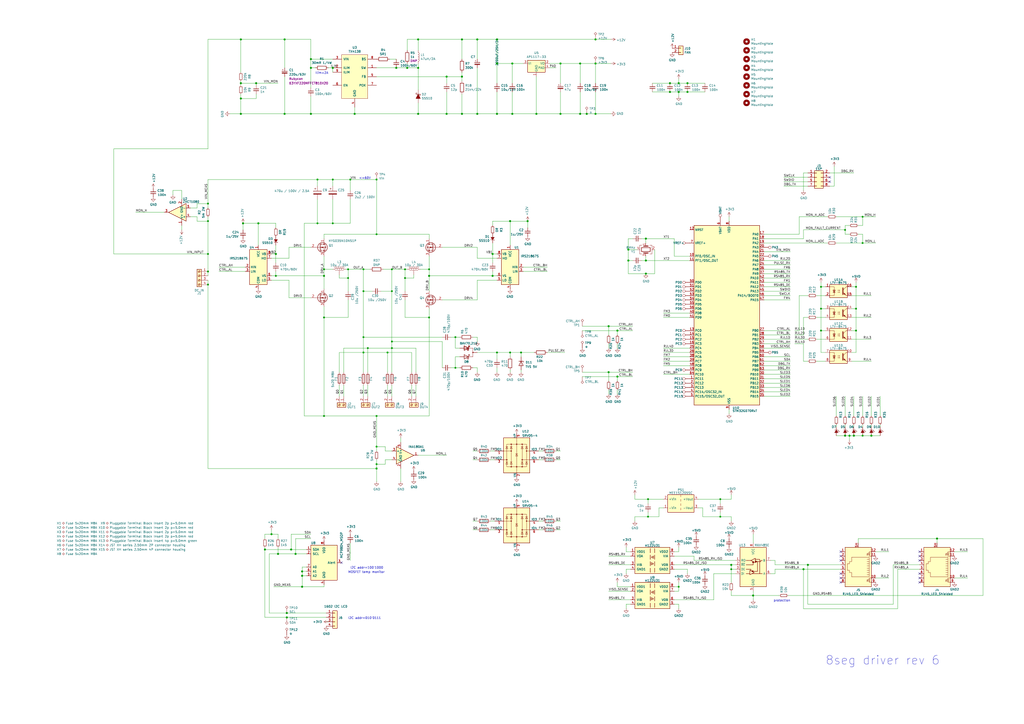
<source format=kicad_sch>
(kicad_sch (version 20230409) (generator eeschema)

  (uuid a4b014d8-050b-4a7a-9077-d2799def17e5)

  (paper "A2")

  

  (junction (at 345.44 66.04) (diameter 1.016) (color 0 0 0 0)
    (uuid 00f422f1-f7f8-45df-931d-5010ff4fc931)
  )
  (junction (at 248.92 160.02) (diameter 1.016) (color 0 0 0 0)
    (uuid 0320d5ba-1f2a-4dbb-90ec-b8337f7c0078)
  )
  (junction (at 311.15 66.04) (diameter 1.016) (color 0 0 0 0)
    (uuid 035e3df6-a887-424c-8db8-3025c19db82a)
  )
  (junction (at 417.83 289.56) (diameter 0) (color 0 0 0 0)
    (uuid 08ee1e7a-8d3a-4298-bf77-657ae0db370b)
  )
  (junction (at 165.1 22.86) (diameter 1.016) (color 0 0 0 0)
    (uuid 0903abc9-8580-46a5-a0e4-5ce6a661e2ab)
  )
  (junction (at 417.83 299.72) (diameter 0) (color 0 0 0 0)
    (uuid 09412149-c3d7-42cc-b02a-e8a0a7d26ad1)
  )
  (junction (at 340.36 66.04) (diameter 1.016) (color 0 0 0 0)
    (uuid 0a067b79-8dc4-41ec-aa3e-4cf0bb5d840d)
  )
  (junction (at 496.57 191.77) (diameter 0) (color 0 0 0 0)
    (uuid 0a0d5359-1d79-44ae-bbc1-b3db6ece17a2)
  )
  (junction (at 175.26 334.01) (diameter 1.016) (color 0 0 0 0)
    (uuid 0ca53f50-b13d-43cb-88af-bf26352ab851)
  )
  (junction (at 259.08 44.45) (diameter 1.016) (color 0 0 0 0)
    (uuid 0e013a49-ea28-4317-91d8-c846afcf1446)
  )
  (junction (at 375.92 299.72) (diameter 0) (color 0 0 0 0)
    (uuid 0e8c626b-bb94-41ba-bd62-878b934553b1)
  )
  (junction (at 345.44 36.83) (diameter 1.016) (color 0 0 0 0)
    (uuid 0ecb41a9-edcd-4167-851b-0a409316af20)
  )
  (junction (at 227.33 201.93) (diameter 0) (color 0 0 0 0)
    (uuid 117b1c6d-cd05-4165-95be-8cc26682d4e6)
  )
  (junction (at 120.65 118.11) (diameter 0) (color 0 0 0 0)
    (uuid 12481141-735e-4613-bc2c-ed1fbae616af)
  )
  (junction (at 213.36 201.93) (diameter 0) (color 0 0 0 0)
    (uuid 130bbd26-5cf4-44a7-89ae-0b1c35d239d6)
  )
  (junction (at 267.97 66.04) (diameter 1.016) (color 0 0 0 0)
    (uuid 17438b62-92c5-4c16-8372-5519e17644ba)
  )
  (junction (at 288.29 204.47) (diameter 0) (color 0 0 0 0)
    (uuid 176d78f8-ee33-48e8-8626-c5f4a9ac9253)
  )
  (junction (at 364.49 151.13) (diameter 1.016) (color 0 0 0 0)
    (uuid 197eb893-ab50-430d-9190-6ad4ef716463)
  )
  (junction (at 496.57 179.07) (diameter 0) (color 0 0 0 0)
    (uuid 19e14406-ba74-4917-a048-f5dbe4e6afab)
  )
  (junction (at 139.7 22.86) (diameter 1.016) (color 0 0 0 0)
    (uuid 1d5da22d-f43f-4a8c-b79f-b6a201ab433d)
  )
  (junction (at 157.48 309.88) (diameter 1.016) (color 0 0 0 0)
    (uuid 1eeb059b-acfc-46ea-bb64-a81bc92bb3a3)
  )
  (junction (at 476.25 179.07) (diameter 0) (color 0 0 0 0)
    (uuid 211d2edf-7005-449f-bc5d-8eca38d8bb6e)
  )
  (junction (at 543.56 312.42) (diameter 1.016) (color 0 0 0 0)
    (uuid 2177752a-ab07-4db4-a753-15c95f4ea0ea)
  )
  (junction (at 218.44 259.08) (diameter 0) (color 0 0 0 0)
    (uuid 26c973fa-96f3-42b2-a211-ca3d321e1041)
  )
  (junction (at 492.76 252.73) (diameter 1.016) (color 0 0 0 0)
    (uuid 27fcf822-a402-4867-858f-a19ea5819b84)
  )
  (junction (at 148.59 48.26) (diameter 1.016) (color 0 0 0 0)
    (uuid 29d932ac-35b1-4719-b024-fb16ea3d7d64)
  )
  (junction (at 295.91 128.27) (diameter 1.016) (color 0 0 0 0)
    (uuid 2bbf58a4-4126-478e-b296-04cae21d1e49)
  )
  (junction (at 302.26 204.47) (diameter 0) (color 0 0 0 0)
    (uuid 2de04189-82cd-4f64-bb4a-d15b8bda3c3d)
  )
  (junction (at 180.34 66.04) (diameter 1.016) (color 0 0 0 0)
    (uuid 2ef7a379-fc96-409e-86be-72ad614f5c77)
  )
  (junction (at 187.96 160.02) (diameter 1.016) (color 0 0 0 0)
    (uuid 33c966db-50f5-43db-9455-0a2a2c65d44b)
  )
  (junction (at 210.82 204.47) (diameter 0) (color 0 0 0 0)
    (uuid 34a8df00-dce4-4145-858c-4ee04793e310)
  )
  (junction (at 201.93 161.29) (diameter 0) (color 0 0 0 0)
    (uuid 350628bc-cd1a-40ff-b431-4e7d7c62d68b)
  )
  (junction (at 259.08 66.04) (diameter 1.016) (color 0 0 0 0)
    (uuid 377b7b69-af5e-4cc7-8770-03636f199c92)
  )
  (junction (at 495.3 252.73) (diameter 1.016) (color 0 0 0 0)
    (uuid 3a1e84d6-a87a-4bfb-a2a4-3c6397a7592a)
  )
  (junction (at 227.33 168.91) (diameter 0) (color 0 0 0 0)
    (uuid 3a8f40ae-2e79-4177-9f98-fb8dc7763aba)
  )
  (junction (at 500.38 125.73) (diameter 0) (color 0 0 0 0)
    (uuid 3b5623e9-46f1-4b36-9457-0c0b1018d010)
  )
  (junction (at 353.06 189.23) (diameter 1.016) (color 0 0 0 0)
    (uuid 3ba4cc3b-ceb4-4b38-8b98-08a2715df3eb)
  )
  (junction (at 187.96 241.3) (diameter 0) (color 0 0 0 0)
    (uuid 3cf83d27-64e8-4f02-8293-9208ee79a516)
  )
  (junction (at 500.38 252.73) (diameter 0) (color 0 0 0 0)
    (uuid 3eff19e4-fd72-476a-87b1-b08e7931cbe4)
  )
  (junction (at 227.33 156.21) (diameter 0) (color 0 0 0 0)
    (uuid 40689062-8cea-423a-ae91-f37b9b5d6731)
  )
  (junction (at 325.12 66.04) (diameter 1.016) (color 0 0 0 0)
    (uuid 41ab825f-1308-4d4a-91de-7aaf5c5b747f)
  )
  (junction (at 120.65 157.48) (diameter 0) (color 0 0 0 0)
    (uuid 41d1bc65-d837-4d03-b9b1-af5f3dac5494)
  )
  (junction (at 242.57 39.37) (diameter 1.016) (color 0 0 0 0)
    (uuid 423257a9-1cf1-4a26-a368-ae40c8616c22)
  )
  (junction (at 358.14 218.44) (diameter 1.016) (color 0 0 0 0)
    (uuid 442eceee-b445-4cfa-9521-bb7fb466462a)
  )
  (junction (at 288.29 66.04) (diameter 1.016) (color 0 0 0 0)
    (uuid 4467c9c4-0f8b-4288-b7af-6bb921025486)
  )
  (junction (at 288.29 36.83) (diameter 1.016) (color 0 0 0 0)
    (uuid 4a47447e-b34c-4e4b-b428-2f135e8a14ea)
  )
  (junction (at 153.67 318.77) (diameter 1.016) (color 0 0 0 0)
    (uuid 4d19e9f6-2b27-4560-a8a4-871f4ba21385)
  )
  (junction (at 205.74 66.04) (diameter 1.016) (color 0 0 0 0)
    (uuid 4d403375-e327-48a2-a6fd-056a25e40431)
  )
  (junction (at 297.18 36.83) (diameter 1.016) (color 0 0 0 0)
    (uuid 4d7cf408-1fc7-4553-9038-f9c22b416fa2)
  )
  (junction (at 295.91 204.47) (diameter 0) (color 0 0 0 0)
    (uuid 4ed5c65d-270b-421e-a4bb-055283c5e7de)
  )
  (junction (at 171.45 321.31) (diameter 1.016) (color 0 0 0 0)
    (uuid 510b37f1-3e19-48e5-8568-52d428cbdd61)
  )
  (junction (at 336.55 36.83) (diameter 1.016) (color 0 0 0 0)
    (uuid 526dfc45-c0d3-4891-8542-76be0de6756f)
  )
  (junction (at 160.02 160.02) (diameter 0) (color 0 0 0 0)
    (uuid 52f7564e-abff-467f-bf4c-1375dc3072a9)
  )
  (junction (at 276.86 22.86) (diameter 1.016) (color 0 0 0 0)
    (uuid 5358b62b-76e6-4793-ac7f-61586e0c2ec1)
  )
  (junction (at 374.65 151.13) (diameter 1.016) (color 0 0 0 0)
    (uuid 546dfa7f-4b59-408f-b383-761304e2055d)
  )
  (junction (at 160.02 147.32) (diameter 1.016) (color 0 0 0 0)
    (uuid 5924bd5c-a4a5-4953-94e3-24f4618f17dc)
  )
  (junction (at 234.95 156.21) (diameter 0) (color 0 0 0 0)
    (uuid 5a597426-dcd2-4ae1-9a74-aab26e1fd4bb)
  )
  (junction (at 180.34 39.37) (diameter 1.016) (color 0 0 0 0)
    (uuid 5b091244-19d1-4b58-aaf6-db793657a6a4)
  )
  (junction (at 496.57 166.37) (diameter 0) (color 0 0 0 0)
    (uuid 5c9d06b1-c0cb-4b76-95d2-6ba7983a9bc7)
  )
  (junction (at 218.44 241.3) (diameter 0) (color 0 0 0 0)
    (uuid 5e3d3ba1-9852-4139-b92b-4df2f2492174)
  )
  (junction (at 393.7 340.36) (diameter 0) (color 0 0 0 0)
    (uuid 5ef12dd1-8374-4bec-8a76-bfc5aa1498e7)
  )
  (junction (at 218.44 135.89) (diameter 0) (color 0 0 0 0)
    (uuid 5fdb59f3-416a-47f0-8757-7fc89a377871)
  )
  (junction (at 187.96 184.15) (diameter 0) (color 0 0 0 0)
    (uuid 5ffc360b-17f9-4288-b7d7-f6939e9bb824)
  )
  (junction (at 345.44 22.86) (diameter 1.016) (color 0 0 0 0)
    (uuid 6112e5e3-5333-4eec-b6e2-b535ee37a2f6)
  )
  (junction (at 140.97 129.54) (diameter 1.016) (color 0 0 0 0)
    (uuid 62499af8-dd25-46ec-90b9-62e3a1422b55)
  )
  (junction (at 297.18 66.04) (diameter 1.016) (color 0 0 0 0)
    (uuid 66c337d2-b5e0-493e-aac8-3c7c16bef129)
  )
  (junction (at 175.26 340.36) (diameter 1.016) (color 0 0 0 0)
    (uuid 67df6e4b-aea8-4c3c-b09a-0bfc42ca01ba)
  )
  (junction (at 210.82 156.21) (diameter 0) (color 0 0 0 0)
    (uuid 6a3e1dec-9cfc-4b3b-8983-a4237bc395c9)
  )
  (junction (at 500.38 140.97) (diameter 0) (color 0 0 0 0)
    (uuid 6b26881f-f251-4a0d-afad-8a6a4c5835b2)
  )
  (junction (at 393.7 53.34) (diameter 1.016) (color 0 0 0 0)
    (uuid 6f0907ee-51ac-4830-99ce-6f122169ebd5)
  )
  (junction (at 476.25 191.77) (diameter 0) (color 0 0 0 0)
    (uuid 70afe2ac-da0b-4481-b3dc-104bb2f2cf5c)
  )
  (junction (at 364.49 144.78) (diameter 1.016) (color 0 0 0 0)
    (uuid 71b23dd2-c4ff-48b0-b045-1cef4afdd0ba)
  )
  (junction (at 398.78 53.34) (diameter 1.016) (color 0 0 0 0)
    (uuid 726abf46-4c68-4de0-b28d-c64c6f1363ba)
  )
  (junction (at 210.82 195.58) (diameter 0) (color 0 0 0 0)
    (uuid 742ae2b3-db2a-47dc-b1f4-64bee423a2d9)
  )
  (junction (at 242.57 66.04) (diameter 1.016) (color 0 0 0 0)
    (uuid 74a91f23-026b-488a-8683-941ade4f8419)
  )
  (junction (at 193.04 104.14) (diameter 0) (color 0 0 0 0)
    (uuid 75441a35-7b8c-409e-9ac9-a06169866556)
  )
  (junction (at 234.95 161.29) (diameter 0) (color 0 0 0 0)
    (uuid 770f518c-7b5d-4e34-9c97-192a6af07510)
  )
  (junction (at 248.92 184.15) (diameter 0) (color 0 0 0 0)
    (uuid 7790582f-4aa9-4c7d-9b50-29e85d31af39)
  )
  (junction (at 168.91 318.77) (diameter 1.016) (color 0 0 0 0)
    (uuid 7a96add3-47eb-4e25-94c5-098c8c67bd25)
  )
  (junction (at 353.06 215.9) (diameter 1.016) (color 0 0 0 0)
    (uuid 8590b800-13d7-4325-b887-26ccf4d18c5a)
  )
  (junction (at 374.65 158.75) (diameter 1.016) (color 0 0 0 0)
    (uuid 869ab7b5-94ce-4ba4-ac06-f87b4d6a081e)
  )
  (junction (at 505.46 252.73) (diameter 1.016) (color 0 0 0 0)
    (uuid 86c38215-051f-4de4-9483-d96bedd86a9e)
  )
  (junction (at 161.29 321.31) (diameter 1.016) (color 0 0 0 0)
    (uuid 874d7e1c-e18e-482b-9de1-baa9c0166694)
  )
  (junction (at 180.34 34.29) (diameter 1.016) (color 0 0 0 0)
    (uuid 892cf1a6-708d-475a-a57e-f3ba0d9faa64)
  )
  (junction (at 276.86 66.04) (diameter 1.016) (color 0 0 0 0)
    (uuid 894a30af-e630-490e-b8fd-be6ea13ab67c)
  )
  (junction (at 227.33 198.12) (diameter 0) (color 0 0 0 0)
    (uuid 89a24618-80e8-4a46-8fe8-cbe240cb817c)
  )
  (junction (at 120.65 147.32) (diameter 0) (color 0 0 0 0)
    (uuid 8bdbfe33-cc57-4b3d-a4f0-5eaf267628d3)
  )
  (junction (at 285.75 147.32) (diameter 1.016) (color 0 0 0 0)
    (uuid 8f2a842c-a024-4a46-bace-f8363576d461)
  )
  (junction (at 267.97 22.86) (diameter 1.016) (color 0 0 0 0)
    (uuid 90df0114-0305-498a-b67b-e25624694405)
  )
  (junction (at 285.75 160.02) (diameter 1.016) (color 0 0 0 0)
    (uuid 910d03ea-b724-4332-8f3b-1c8ecf717b86)
  )
  (junction (at 466.09 330.2) (diameter 1.016) (color 0 0 0 0)
    (uuid 97530217-d9c2-4032-8a95-548dd7ec914d)
  )
  (junction (at 248.92 156.21) (diameter 0) (color 0 0 0 0)
    (uuid 9766ca31-408b-4d95-9bad-173ca2b52508)
  )
  (junction (at 490.22 252.73) (diameter 1.016) (color 0 0 0 0)
    (uuid 9948e0a1-7b24-4486-a82f-1d91da28a292)
  )
  (junction (at 184.15 129.54) (diameter 0) (color 0 0 0 0)
    (uuid 9b4baf89-104f-4286-b4e5-ae37eebed429)
  )
  (junction (at 149.86 129.54) (diameter 1.016) (color 0 0 0 0)
    (uuid 9b74b1b8-a079-4f26-86cb-e2d6b81bdb59)
  )
  (junction (at 203.2 104.14) (diameter 0) (color 0 0 0 0)
    (uuid 9c9e7b9a-3512-4b00-a4b3-3ba5e0af1faa)
  )
  (junction (at 218.44 269.24) (diameter 0) (color 0 0 0 0)
    (uuid 9e7cc61a-56b6-453e-8aa6-893d4ef70806)
  )
  (junction (at 139.7 66.04) (diameter 1.016) (color 0 0 0 0)
    (uuid 9ea2e9ea-6b59-4473-90c7-59b29455eba8)
  )
  (junction (at 120.65 165.1) (diameter 0) (color 0 0 0 0)
    (uuid a06437e5-dc2c-4eed-b39d-8ddf36907e33)
  )
  (junction (at 398.78 48.26) (diameter 1.016) (color 0 0 0 0)
    (uuid a0dccd9a-c66a-4903-bce0-ac1049d29474)
  )
  (junction (at 325.12 36.83) (diameter 1.016) (color 0 0 0 0)
    (uuid a71f8055-7cc3-4ed1-937c-85a0c4bc488e)
  )
  (junction (at 120.65 128.27) (diameter 0) (color 0 0 0 0)
    (uuid a90c89ab-51df-4a17-9990-10a79d1ae44b)
  )
  (junction (at 224.79 204.47) (diameter 0) (color 0 0 0 0)
    (uuid acb3dbc8-11cf-4a73-8680-8cd7d2ef6507)
  )
  (junction (at 267.97 44.45) (diameter 1.016) (color 0 0 0 0)
    (uuid ad0b028b-81c5-43f9-a187-cfc93887d452)
  )
  (junction (at 393.7 48.26) (diameter 1.016) (color 0 0 0 0)
    (uuid ad2bb25f-d622-4d87-947a-dc4d94a393ae)
  )
  (junction (at 218.44 271.78) (diameter 1.016) (color 0 0 0 0)
    (uuid af50ecc3-8bf3-4d38-9727-ca14d09557ea)
  )
  (junction (at 436.88 345.44) (diameter 1.016) (color 0 0 0 0)
    (uuid af9650c7-e985-4bd4-891a-54a81329d534)
  )
  (junction (at 236.22 39.37) (diameter 1.016) (color 0 0 0 0)
    (uuid afb2050b-873a-4057-a6f5-2f8efbd48ac6)
  )
  (junction (at 165.1 66.04) (diameter 1.016) (color 0 0 0 0)
    (uuid b458bd04-5ee4-4069-8fb9-5f1984ee02a1)
  )
  (junction (at 139.7 48.26) (diameter 1.016) (color 0 0 0 0)
    (uuid ba2201e2-6ab3-43df-bed9-9ac88aec6ed9)
  )
  (junction (at 388.62 48.26) (diameter 1.016) (color 0 0 0 0)
    (uuid bfb6e205-4940-46f0-9df4-153f8e1aaa7f)
  )
  (junction (at 375.92 289.56) (diameter 0) (color 0 0 0 0)
    (uuid bfbd8467-f886-4530-ab09-cae4d2a8aa60)
  )
  (junction (at 468.63 327.66) (diameter 1.016) (color 0 0 0 0)
    (uuid c06fdadb-8ddb-412d-af41-69083e917112)
  )
  (junction (at 264.16 195.58) (diameter 0) (color 0 0 0 0)
    (uuid c2bf86a7-2544-42d3-abe9-f753e4ee5a4c)
  )
  (junction (at 358.14 191.77) (diameter 1.016) (color 0 0 0 0)
    (uuid c3127fc8-ab5b-4477-a3d7-4ba0b9c49089)
  )
  (junction (at 264.16 213.36) (diameter 0) (color 0 0 0 0)
    (uuid c66bed68-af8e-477e-800f-414019c70f5b)
  )
  (junction (at 229.87 39.37) (diameter 1.016) (color 0 0 0 0)
    (uuid c66f7e17-4c9b-49ec-a9d9-a26d8d08f351)
  )
  (junction (at 424.18 327.66) (diameter 1.016) (color 0 0 0 0)
    (uuid cec8ba27-616e-40a4-90cc-2b3e8fe9ee8b)
  )
  (junction (at 193.04 39.37) (diameter 1.016) (color 0 0 0 0)
    (uuid d2f0248d-b920-4443-96ee-1df87eceaf08)
  )
  (junction (at 184.15 104.14) (diameter 0) (color 0 0 0 0)
    (uuid d41d247c-161e-4204-a709-b270344d03c3)
  )
  (junction (at 476.25 166.37) (diameter 0) (color 0 0 0 0)
    (uuid db9f3bd0-8457-4418-afa3-a97048d16f26)
  )
  (junction (at 336.55 66.04) (diameter 1.016) (color 0 0 0 0)
    (uuid e00e7a69-7876-4f7f-84a6-70f9097f197d)
  )
  (junction (at 306.07 128.27) (diameter 1.016) (color 0 0 0 0)
    (uuid e0f69eb1-4709-4657-9f74-fb5d17a06ed4)
  )
  (junction (at 175.26 331.47) (diameter 1.016) (color 0 0 0 0)
    (uuid e3e41faa-8169-4615-a9c9-213c0d620a5e)
  )
  (junction (at 166.37 355.6) (diameter 1.016) (color 0 0 0 0)
    (uuid e48f7b35-32c2-4f21-8f16-b643e635e96e)
  )
  (junction (at 424.18 330.2) (diameter 0) (color 0 0 0 0)
    (uuid e60a82f4-29b9-480c-8c6f-082dc0ab7f1f)
  )
  (junction (at 166.37 358.14) (diameter 1.016) (color 0 0 0 0)
    (uuid e62ec827-61f3-4a66-8872-be2c46aecf07)
  )
  (junction (at 242.57 22.86) (diameter 1.016) (color 0 0 0 0)
    (uuid e65fb0cc-5624-4d1f-8b10-47d46fc3067e)
  )
  (junction (at 201.93 156.21) (diameter 0) (color 0 0 0 0)
    (uuid e6932ae2-dc0c-4f61-95b9-7af407aa076c)
  )
  (junction (at 374.65 138.43) (diameter 1.016) (color 0 0 0 0)
    (uuid e9036d12-438e-4734-99a1-0bb5aaef2eec)
  )
  (junction (at 288.29 22.86) (diameter 1.016) (color 0 0 0 0)
    (uuid ea126893-85e1-47f7-ab86-95880f835131)
  )
  (junction (at 210.82 168.91) (diameter 0) (color 0 0 0 0)
    (uuid eade7e85-16df-4223-b3a9-b1508e758abd)
  )
  (junction (at 490.22 133.35) (diameter 0) (color 0 0 0 0)
    (uuid f1eaa29b-d971-40a2-b1d4-15c9ba8bd275)
  )
  (junction (at 187.96 156.21) (diameter 0) (color 0 0 0 0)
    (uuid f25eed45-9cff-4bcf-8f75-f4bb2d064bf1)
  )
  (junction (at 193.04 129.54) (diameter 0) (color 0 0 0 0)
    (uuid f46551b8-c188-4699-8077-80afdd7181cf)
  )
  (junction (at 388.62 53.34) (diameter 1.016) (color 0 0 0 0)
    (uuid f4a903a9-fcfe-48ab-8d0a-abc0c3179b30)
  )
  (junction (at 139.7 57.15) (diameter 1.016) (color 0 0 0 0)
    (uuid fd27718e-14d1-4dfa-96ae-77db64da4003)
  )
  (junction (at 218.44 104.14) (diameter 0) (color 0 0 0 0)
    (uuid fdd18836-d862-47dc-890b-f20f98cf0ea3)
  )

  (no_connect (at 487.68 322.58) (uuid 0525c98b-0dec-46f0-b699-cf9475eeba19))
  (no_connect (at 198.12 326.39) (uuid 46ca69a9-5d31-4bc1-9ced-3c7b116a3036))
  (no_connect (at 533.4 337.82) (uuid 48946b18-b753-4e71-9ee3-e5230a2a902b))
  (no_connect (at 487.68 335.28) (uuid 8c58f85d-95d4-4f58-b4a4-ac4fac049f55))
  (no_connect (at 487.68 337.82) (uuid 9f54a902-0b18-46b9-98ad-c6792cdae6e5))
  (no_connect (at 533.4 325.12) (uuid a46b7c0d-b4fa-47dc-98a5-d5c593c702e2))
  (no_connect (at 487.68 332.74) (uuid afa60920-e327-4b32-a46c-fdf8291c7430))
  (no_connect (at 533.4 320.04) (uuid b13cb89e-237e-45c6-91a5-897be29331f8))
  (no_connect (at 487.68 325.12) (uuid b1f38491-4652-422c-b0da-514a2293ea97))
  (no_connect (at 487.68 320.04) (uuid c53ede21-0cf3-4111-ae02-3c1756ee5063))
  (no_connect (at 533.4 332.74) (uuid ed34b661-daf0-4e2b-bcde-b8cd1cfc0f39))
  (no_connect (at 533.4 322.58) (uuid ee45a50c-ebfd-40d3-9b4b-c2b9bf90055d))
  (no_connect (at 533.4 335.28) (uuid eee60b3c-25b9-475e-a949-38aec09eec65))
  (no_connect (at 481.33 105.41) (uuid ef77bb6b-94ba-436b-ad9f-5fc5cbc010bc))
  (no_connect (at 481.33 102.87) (uuid ef77bb6b-94ba-436b-ad9f-5fc5cbc010bd))

  (wire (pts (xy 398.78 48.26) (xy 408.94 48.26))
    (stroke (width 0) (type solid))
    (uuid 0125158a-83af-46c8-9c53-40abe6b401a2)
  )
  (wire (pts (xy 259.08 66.04) (xy 267.97 66.04))
    (stroke (width 0) (type solid))
    (uuid 02ad3fbc-4f36-4004-b97c-1262e0af1410)
  )
  (wire (pts (xy 461.01 194.31) (xy 466.09 194.31))
    (stroke (width 0) (type default))
    (uuid 02fcc3cd-80ac-45d8-a2d0-00636f65cc92)
  )
  (wire (pts (xy 223.52 269.24) (xy 223.52 266.7))
    (stroke (width 0) (type default))
    (uuid 031fba2e-dd93-4900-afa3-6c360b1d9363)
  )
  (wire (pts (xy 318.77 39.37) (xy 322.58 39.37))
    (stroke (width 0) (type solid))
    (uuid 033d91b2-7700-47d4-9813-cae9e301651e)
  )
  (wire (pts (xy 182.88 39.37) (xy 180.34 39.37))
    (stroke (width 0) (type solid))
    (uuid 039718b7-fa03-431f-b93b-f6449ecff0cf)
  )
  (wire (pts (xy 234.95 161.29) (xy 234.95 168.91))
    (stroke (width 0) (type default))
    (uuid 03eee8c4-5569-457f-b3a9-cea990f0636c)
  )
  (wire (pts (xy 492.76 130.81) (xy 490.22 130.81))
    (stroke (width 0) (type default))
    (uuid 04026016-3474-447c-9724-0e9128046132)
  )
  (wire (pts (xy 171.45 321.31) (xy 161.29 321.31))
    (stroke (width 0) (type solid))
    (uuid 0532c6b3-06b8-49eb-8576-10b05a190a90)
  )
  (wire (pts (xy 358.14 340.36) (xy 365.76 340.36))
    (stroke (width 0) (type default))
    (uuid 057c0cbc-dbc9-4526-835b-46cf3c41bc85)
  )
  (wire (pts (xy 166.37 355.6) (xy 189.23 355.6))
    (stroke (width 0) (type solid))
    (uuid 05d38674-844f-4d26-96a8-fbe915d8031c)
  )
  (wire (pts (xy 114.3 128.27) (xy 120.65 128.27))
    (stroke (width 0) (type default))
    (uuid 067b5c43-4fd9-4094-9167-89dc0c02bfaa)
  )
  (wire (pts (xy 248.92 184.15) (xy 248.92 179.07))
    (stroke (width 0) (type solid))
    (uuid 070aefd7-d02d-48d1-a2d5-d2f761a52ecb)
  )
  (wire (pts (xy 443.23 168.91) (xy 458.47 168.91))
    (stroke (width 0) (type default))
    (uuid 076b2c7b-42d9-4290-8e12-be7c6687b4b1)
  )
  (wire (pts (xy 363.22 320.04) (xy 365.76 320.04))
    (stroke (width 0) (type default))
    (uuid 07f70b5e-d3e2-473c-82b1-5b6a3d28b50b)
  )
  (wire (pts (xy 227.33 198.12) (xy 227.33 201.93))
    (stroke (width 0) (type default))
    (uuid 08f2dd9b-f0df-47f9-87fd-19251f9a5050)
  )
  (wire (pts (xy 187.96 148.59) (xy 187.96 156.21))
    (stroke (width 0) (type solid))
    (uuid 0908971d-0a3b-4817-9803-29a53fd07749)
  )
  (wire (pts (xy 276.86 34.29) (xy 276.86 22.86))
    (stroke (width 0) (type solid))
    (uuid 093dd22f-3d54-4f90-b915-835042bcb84a)
  )
  (wire (pts (xy 322.58 261.62) (xy 325.12 261.62))
    (stroke (width 0) (type default))
    (uuid 0959fa8d-9220-4008-a51b-bb9e6a4c02d6)
  )
  (wire (pts (xy 407.67 299.72) (xy 417.83 299.72))
    (stroke (width 0) (type default))
    (uuid 0ac29e11-12ab-4c46-96db-db8276d5eda5)
  )
  (wire (pts (xy 473.71 171.45) (xy 478.79 171.45))
    (stroke (width 0) (type default))
    (uuid 0acd6478-5b08-4a01-b857-900f30f26ca8)
  )
  (wire (pts (xy 295.91 204.47) (xy 302.26 204.47))
    (stroke (width 0) (type default))
    (uuid 0b7a8689-8d01-4b07-96e3-71de780db8a7)
  )
  (wire (pts (xy 353.06 220.98) (xy 353.06 215.9))
    (stroke (width 0) (type solid))
    (uuid 0b93ea2e-0566-43ca-bf2a-622432378311)
  )
  (wire (pts (xy 443.23 140.97) (xy 480.06 140.97))
    (stroke (width 0) (type default))
    (uuid 0c13295e-99db-4533-baa8-d2e52bbceced)
  )
  (wire (pts (xy 353.06 322.58) (xy 365.76 322.58))
    (stroke (width 0) (type default))
    (uuid 0c8275b9-ba39-4689-ac9d-deae68307a32)
  )
  (wire (pts (xy 495.3 252.73) (xy 500.38 252.73))
    (stroke (width 0) (type solid))
    (uuid 0cebc144-945e-4a32-ab17-9a31b1d9ae3c)
  )
  (wire (pts (xy 153.67 309.88) (xy 157.48 309.88))
    (stroke (width 0) (type solid))
    (uuid 0cf786f4-9ec9-4931-a516-37b088a3d637)
  )
  (wire (pts (xy 443.23 158.75) (xy 458.47 158.75))
    (stroke (width 0) (type default))
    (uuid 0d454349-0d0f-427c-9368-fa144754f232)
  )
  (wire (pts (xy 114.3 118.11) (xy 120.65 118.11))
    (stroke (width 0) (type default))
    (uuid 0e335656-eaa1-4e4a-816a-0461f0ebf055)
  )
  (wire (pts (xy 160.02 152.4) (xy 160.02 147.32))
    (stroke (width 0) (type solid))
    (uuid 0ecd8ca8-2bc2-45c5-ad7b-6c09666d3f74)
  )
  (wire (pts (xy 378.46 53.34) (xy 388.62 53.34))
    (stroke (width 0) (type solid))
    (uuid 0f2f0a3c-fba8-4afe-b065-5fc5eab9928a)
  )
  (wire (pts (xy 424.18 330.2) (xy 426.72 330.2))
    (stroke (width 0) (type solid))
    (uuid 0f4cb350-8717-478f-b37e-0f0d5e99ba26)
  )
  (wire (pts (xy 497.84 130.81) (xy 500.38 130.81))
    (stroke (width 0) (type default))
    (uuid 0fa163ac-a571-47b9-a950-875acfe924fb)
  )
  (wire (pts (xy 223.52 261.62) (xy 223.52 259.08))
    (stroke (width 0) (type default))
    (uuid 1032fd79-9290-40e0-986c-46e5ba31d9a4)
  )
  (wire (pts (xy 285.75 140.97) (xy 285.75 147.32))
    (stroke (width 0) (type solid))
    (uuid 108118cd-b53d-45e4-bc19-661872f51c56)
  )
  (wire (pts (xy 353.06 199.39) (xy 353.06 201.93))
    (stroke (width 0) (type solid))
    (uuid 108dffa3-ee94-4f6c-8c9b-8fcc612789ed)
  )
  (wire (pts (xy 443.23 214.63) (xy 458.47 214.63))
    (stroke (width 0) (type default))
    (uuid 113d6b28-daaa-4396-921f-d5474b6fc7e9)
  )
  (wire (pts (xy 210.82 156.21) (xy 210.82 168.91))
    (stroke (width 0) (type default))
    (uuid 114da88a-20fc-4bf7-a411-8ec88f6f74e9)
  )
  (wire (pts (xy 466.09 133.35) (xy 490.22 133.35))
    (stroke (width 0) (type default))
    (uuid 1190c65c-a56a-4813-86bb-b73c9b38e863)
  )
  (wire (pts (xy 490.22 252.73) (xy 492.76 252.73))
    (stroke (width 0) (type solid))
    (uuid 12694466-e0eb-4952-a56a-f3bd573ff09d)
  )
  (wire (pts (xy 515.62 320.04) (xy 508 320.04))
    (stroke (width 0) (type solid))
    (uuid 126f7227-746c-448e-9226-2736d76e960a)
  )
  (wire (pts (xy 218.44 241.3) (xy 248.92 241.3))
    (stroke (width 0) (type solid))
    (uuid 129dd7d3-7b19-4873-9400-1909dfe49e0e)
  )
  (wire (pts (xy 340.36 66.04) (xy 336.55 66.04))
    (stroke (width 0) (type solid))
    (uuid 133ecb11-56bc-4794-937f-1abf634b7f58)
  )
  (wire (pts (xy 375.92 289.56) (xy 375.92 292.1))
    (stroke (width 0) (type default))
    (uuid 134e4681-2f22-4bfb-bcc5-b0774ba181df)
  )
  (wire (pts (xy 120.65 157.48) (xy 120.65 160.02))
    (stroke (width 0) (type default))
    (uuid 1402534c-88f2-4995-ae34-8f5c78e4e6ac)
  )
  (wire (pts (xy 267.97 41.91) (xy 267.97 44.45))
    (stroke (width 0) (type solid))
    (uuid 14d4c963-d162-4ab2-ab1d-1406c8d3fdd3)
  )
  (wire (pts (xy 284.48 307.34) (xy 287.02 307.34))
    (stroke (width 0) (type default))
    (uuid 155e2c2a-9175-4575-aedb-041ebc6323f4)
  )
  (wire (pts (xy 223.52 266.7) (xy 227.33 266.7))
    (stroke (width 0) (type default))
    (uuid 155fb880-cd5e-4e1a-aab2-46c761e6ded9)
  )
  (wire (pts (xy 443.23 138.43) (xy 466.09 138.43))
    (stroke (width 0) (type default))
    (uuid 158effc7-5f56-4c6b-a693-ee1e345d88b6)
  )
  (wire (pts (xy 312.42 261.62) (xy 314.96 261.62))
    (stroke (width 0) (type default))
    (uuid 15b8eade-289b-4893-bc0a-170bc7d52355)
  )
  (wire (pts (xy 443.23 219.71) (xy 458.47 219.71))
    (stroke (width 0) (type default))
    (uuid 161ab9e2-8a7a-4ce3-9ef5-674fb688eee0)
  )
  (wire (pts (xy 496.57 163.83) (xy 496.57 166.37))
    (stroke (width 0) (type default))
    (uuid 18431b79-a1c9-4ac7-afbd-7458b6318c4f)
  )
  (wire (pts (xy 393.7 48.26) (xy 398.78 48.26))
    (stroke (width 0) (type solid))
    (uuid 19386036-f8af-4364-9139-d83f9a7cfeca)
  )
  (wire (pts (xy 494.03 191.77) (xy 496.57 191.77))
    (stroke (width 0) (type default))
    (uuid 1a3b004e-caf0-4311-aad6-aee615184492)
  )
  (wire (pts (xy 203.2 314.96) (xy 203.2 325.12))
    (stroke (width 0) (type solid))
    (uuid 1a50ad5c-6205-4160-ba9c-1bec89ce3fdc)
  )
  (wire (pts (xy 384.81 204.47) (xy 400.05 204.47))
    (stroke (width 0) (type default))
    (uuid 1d0e6c24-529d-4e09-8bf9-0c88f569d3e0)
  )
  (wire (pts (xy 238.76 204.47) (xy 238.76 215.9))
    (stroke (width 0) (type default))
    (uuid 1d1bb7ac-274d-4d0c-b694-cbf924df9661)
  )
  (wire (pts (xy 382.27 299.72) (xy 382.27 294.64))
    (stroke (width 0) (type default))
    (uuid 1d47adbf-4e2c-48c3-bea2-54815367415e)
  )
  (wire (pts (xy 284.48 302.26) (xy 287.02 302.26))
    (stroke (width 0) (type default))
    (uuid 1df04e40-7c1a-48ef-a50d-8107d40a70a5)
  )
  (wire (pts (xy 201.93 161.29) (xy 201.93 168.91))
    (stroke (width 0) (type default))
    (uuid 1f2d32fb-454d-463b-b91a-8691195009e7)
  )
  (wire (pts (xy 473.71 209.55) (xy 478.79 209.55))
    (stroke (width 0) (type default))
    (uuid 1f41c816-d3bd-4464-a124-0bf91987ecfc)
  )
  (wire (pts (xy 364.49 138.43) (xy 364.49 144.78))
    (stroke (width 0) (type solid))
    (uuid 1f9a47d5-2c2c-4476-9ac0-f08877814dc3)
  )
  (wire (pts (xy 175.26 331.47) (xy 175.26 328.93))
    (stroke (width 0) (type solid))
    (uuid 1fdcf579-1f56-4cfe-a366-e3065e5ae496)
  )
  (wire (pts (xy 494.03 179.07) (xy 496.57 179.07))
    (stroke (width 0) (type default))
    (uuid 202a59c1-0230-440b-8af5-14a5e9489c1c)
  )
  (wire (pts (xy 267.97 44.45) (xy 259.08 44.45))
    (stroke (width 0) (type solid))
    (uuid 203836eb-57ed-4622-8ae4-a4649274b56a)
  )
  (wire (pts (xy 336.55 66.04) (xy 325.12 66.04))
    (stroke (width 0) (type solid))
    (uuid 20722d8e-166e-42fc-9fb8-d4ba5dfcce4e)
  )
  (wire (pts (xy 500.38 229.87) (xy 500.38 241.3))
    (stroke (width 0) (type default))
    (uuid 2089f42a-5ae5-4c20-8cf9-7d9d5e318235)
  )
  (wire (pts (xy 168.91 318.77) (xy 177.8 318.77))
    (stroke (width 0) (type solid))
    (uuid 20bb2acd-0728-4eea-aa61-1cd1137853f9)
  )
  (wire (pts (xy 303.53 157.48) (xy 317.5 157.48))
    (stroke (width 0) (type solid))
    (uuid 2119f8cf-1bfd-4efb-bae6-0673b989e953)
  )
  (wire (pts (xy 345.44 36.83) (xy 345.44 48.26))
    (stroke (width 0) (type solid))
    (uuid 21234ddc-d704-4bcc-b93b-72912cb07486)
  )
  (wire (pts (xy 224.79 204.47) (xy 224.79 215.9))
    (stroke (width 0) (type default))
    (uuid 2170b760-d6c5-4168-9966-05420d4aa711)
  )
  (wire (pts (xy 234.95 156.21) (xy 234.95 161.29))
    (stroke (width 0) (type default))
    (uuid 2186a132-24d1-465c-9165-2246080290c4)
  )
  (wire (pts (xy 417.83 299.72) (xy 417.83 297.18))
    (stroke (width 0) (type default))
    (uuid 2222f77a-7b72-4194-bf47-b52926721d08)
  )
  (wire (pts (xy 276.86 204.47) (xy 288.29 204.47))
    (stroke (width 0) (type default))
    (uuid 2256f4bd-5e38-404c-8a36-674b4792e662)
  )
  (wire (pts (xy 157.48 149.86) (xy 167.64 149.86))
    (stroke (width 0) (type solid))
    (uuid 22d539b1-aa2d-4126-8313-647b14df815d)
  )
  (wire (pts (xy 201.93 173.99) (xy 201.93 184.15))
    (stroke (width 0) (type default))
    (uuid 22e90ac2-e2be-490f-97aa-7e99bf4bae5d)
  )
  (wire (pts (xy 295.91 214.63) (xy 295.91 215.9))
    (stroke (width 0) (type default))
    (uuid 235ed7f4-2b5f-44e3-953f-6642955b5cfe)
  )
  (wire (pts (xy 317.5 204.47) (xy 327.66 204.47))
    (stroke (width 0) (type default))
    (uuid 239cc700-4489-4af0-8b7f-323f5e1dc241)
  )
  (wire (pts (xy 114.3 125.73) (xy 114.3 128.27))
    (stroke (width 0) (type default))
    (uuid 240349e5-3476-40a1-bd4f-1dad2aafeba5)
  )
  (wire (pts (xy 476.25 163.83) (xy 476.25 166.37))
    (stroke (width 0) (type default))
    (uuid 247b8d44-cdcf-4fd6-ba0c-863ff2a03dbc)
  )
  (wire (pts (xy 232.41 254) (xy 232.41 256.54))
    (stroke (width 0) (type default))
    (uuid 24b1eb53-b867-4f2b-a5e9-960bed28e909)
  )
  (wire (pts (xy 466.09 209.55) (xy 466.09 199.39))
    (stroke (width 0) (type default))
    (uuid 24e2aeef-5269-4897-97b5-e3bf0d896f56)
  )
  (wire (pts (xy 449.58 330.2) (xy 466.09 330.2))
    (stroke (width 0) (type solid))
    (uuid 2548ced5-e30e-4479-861a-b5ae6f5856db)
  )
  (wire (pts (xy 234.95 184.15) (xy 248.92 184.15))
    (stroke (width 0) (type default))
    (uuid 2569dd80-11ca-4ad3-a257-faf320252e2b)
  )
  (wire (pts (xy 285.75 160.02) (xy 285.75 157.48))
    (stroke (width 0) (type solid))
    (uuid 28545e89-5996-44f7-a7c2-435506710854)
  )
  (wire (pts (xy 167.64 143.51) (xy 180.34 143.51))
    (stroke (width 0) (type solid))
    (uuid 2883da6b-707a-42ff-bc47-667e594bdcee)
  )
  (wire (pts (xy 481.33 100.33) (xy 495.3 100.33))
    (stroke (width 0) (type default))
    (uuid 299c69df-b066-4288-8746-a45f7bb6d49e)
  )
  (wire (pts (xy 443.23 163.83) (xy 458.47 163.83))
    (stroke (width 0) (type default))
    (uuid 29f257fd-3461-4fee-b52a-b04dd2e20273)
  )
  (wire (pts (xy 267.97 34.29) (xy 267.97 22.86))
    (stroke (width 0) (type solid))
    (uuid 2a8dea25-7f62-46a5-b965-c0339cfba17b)
  )
  (wire (pts (xy 533.4 327.66) (xy 518.16 327.66))
    (stroke (width 0) (type solid))
    (uuid 2afdc978-63bd-448c-9795-189944a599f7)
  )
  (wire (pts (xy 391.16 342.9) (xy 393.7 342.9))
    (stroke (width 0) (type default))
    (uuid 2c221c10-95c0-40fa-84c5-759f376f0ca2)
  )
  (wire (pts (xy 443.23 151.13) (xy 458.47 151.13))
    (stroke (width 0) (type default))
    (uuid 2c22ee4c-7946-4994-bbea-e823d5a4341f)
  )
  (wire (pts (xy 449.58 325.12) (xy 447.04 325.12))
    (stroke (width 0) (type solid))
    (uuid 2cb2100c-65c6-416d-ab46-a251ba444449)
  )
  (wire (pts (xy 199.39 201.93) (xy 199.39 215.9))
    (stroke (width 0) (type default))
    (uuid 2d450c64-48c4-4d27-8e19-ed71db6f0116)
  )
  (wire (pts (xy 288.29 22.86) (xy 345.44 22.86))
    (stroke (width 0) (type solid))
    (uuid 2d736b78-52e8-4c9f-b4a7-1d6cd6402359)
  )
  (wire (pts (xy 240.03 161.29) (xy 234.95 161.29))
    (stroke (width 0) (type default))
    (uuid 2e669fee-b078-4b04-9c36-c7af94b3981a)
  )
  (wire (pts (xy 490.22 229.87) (xy 490.22 241.3))
    (stroke (width 0) (type default))
    (uuid 2f398f3e-bacb-459a-8096-a0841c6cb4d0)
  )
  (wire (pts (xy 120.65 162.56) (xy 120.65 165.1))
    (stroke (width 0) (type default))
    (uuid 2f49371f-e586-423d-88eb-dc03b833031a)
  )
  (wire (pts (xy 66.04 86.36) (xy 66.04 147.32))
    (stroke (width 0) (type solid))
    (uuid 2f772b15-75aa-4e10-bd84-d50607db1a9c)
  )
  (wire (pts (xy 424.18 330.2) (xy 424.18 337.82))
    (stroke (width 0) (type solid))
    (uuid 2fe4250b-e951-4b1c-b3a8-74a8f91f7d13)
  )
  (wire (pts (xy 196.85 204.47) (xy 196.85 215.9))
    (stroke (width 0) (type default))
    (uuid 306bc5a3-57ca-477e-a67c-88b41186bb04)
  )
  (wire (pts (xy 139.7 57.15) (xy 139.7 66.04))
    (stroke (width 0) (type solid))
    (uuid 30b01222-0d73-453c-90e6-99610fc12481)
  )
  (wire (pts (xy 515.62 335.28) (xy 508 335.28))
    (stroke (width 0) (type solid))
    (uuid 30ecdb28-3d59-4a4b-a00d-f051e07c60be)
  )
  (wire (pts (xy 354.33 36.83) (xy 345.44 36.83))
    (stroke (width 0) (type solid))
    (uuid 31030719-2911-426f-9475-12446519a3ab)
  )
  (wire (pts (xy 139.7 22.86) (xy 165.1 22.86))
    (stroke (width 0) (type solid))
    (uuid 3224ee25-6500-407a-b1a9-1825dc32e1b8)
  )
  (wire (pts (xy 476.25 166.37) (xy 476.25 179.07))
    (stroke (width 0) (type default))
    (uuid 324b7988-4451-45b9-8d0c-20e43704809e)
  )
  (wire (pts (xy 218.44 241.3) (xy 218.44 259.08))
    (stroke (width 0) (type solid))
    (uuid 324bb16a-2c1f-4db3-8777-711ad4ad0c1f)
  )
  (wire (pts (xy 490.22 130.81) (xy 490.22 133.35))
    (stroke (width 0) (type default))
    (uuid 32d43f26-f375-4e1c-a74b-41d93e6c4add)
  )
  (wire (pts (xy 184.15 107.95) (xy 184.15 104.14))
    (stroke (width 0) (type default))
    (uuid 3305672c-b742-4b5b-939b-580b8e448824)
  )
  (wire (pts (xy 180.34 66.04) (xy 205.74 66.04))
    (stroke (width 0) (type solid))
    (uuid 335c1541-c41a-4865-8038-f9a99210b665)
  )
  (wire (pts (xy 180.34 50.8) (xy 180.34 39.37))
    (stroke (width 0) (type solid))
    (uuid 335f9465-b0a0-4936-8470-00837cf0e156)
  )
  (wire (pts (xy 199.39 201.93) (xy 213.36 201.93))
    (stroke (width 0) (type default))
    (uuid 3381f258-ee86-45d6-878b-fd1055ef74db)
  )
  (wire (pts (xy 494.03 184.15) (xy 505.46 184.15))
    (stroke (width 0) (type default))
    (uuid 343298ee-3d3e-4c2c-ab30-a92a7a05d9e0)
  )
  (wire (pts (xy 384.81 212.09) (xy 400.05 212.09))
    (stroke (width 0) (type default))
    (uuid 347a9bab-bd7e-4bdb-aaa4-6ca6787d5d1f)
  )
  (wire (pts (xy 218.44 39.37) (xy 229.87 39.37))
    (stroke (width 0) (type solid))
    (uuid 3596e6ec-75e7-4e17-b806-7b1bd085d797)
  )
  (wire (pts (xy 466.09 138.43) (xy 466.09 133.35))
    (stroke (width 0) (type default))
    (uuid 3627548f-8df4-45a1-8704-19fe55aa039e)
  )
  (wire (pts (xy 368.3 289.56) (xy 375.92 289.56))
    (stroke (width 0) (type default))
    (uuid 367ddf64-490f-4ec2-bea6-5a1ae271a3bf)
  )
  (wire (pts (xy 393.7 320.04) (xy 391.16 320.04))
    (stroke (width 0) (type default))
    (uuid 36821c9d-f6bb-4185-8691-1f09f12916d2)
  )
  (wire (pts (xy 114.3 120.65) (xy 114.3 118.11))
    (stroke (width 0) (type default))
    (uuid 369649aa-4c8d-44e4-a22b-f5bdfa899c2b)
  )
  (wire (pts (xy 264.16 201.93) (xy 264.16 195.58))
    (stroke (width 0) (type default))
    (uuid 380842c0-ec15-4e9d-a96e-a4568f93c672)
  )
  (wire (pts (xy 234.95 173.99) (xy 234.95 184.15))
    (stroke (width 0) (type default))
    (uuid 386d628b-bfda-4d98-bfc4-cf242ee4b528)
  )
  (wire (pts (xy 248.92 241.3) (xy 248.92 184.15))
    (stroke (width 0) (type solid))
    (uuid 3972df32-7bd0-4013-90ee-0726c2805d3a)
  )
  (wire (pts (xy 240.03 159.385) (xy 240.03 161.29))
    (stroke (width 0) (type default))
    (uuid 3a9cf28e-313c-4f25-840f-c7209ea1bc18)
  )
  (wire (pts (xy 180.34 55.88) (xy 180.34 66.04))
    (stroke (width 0) (type solid))
    (uuid 3acedd28-c5ad-4486-b11e-e26ff286f1be)
  )
  (wire (pts (xy 285.75 152.4) (xy 285.75 147.32))
    (stroke (width 0) (type solid))
    (uuid 3bf041ca-aa95-4d73-9568-816469a62bdb)
  )
  (wire (pts (xy 353.06 327.66) (xy 365.76 327.66))
    (stroke (width 0) (type default))
    (uuid 3c19949c-365f-4530-9b80-eae644b4c932)
  )
  (wire (pts (xy 496.57 166.37) (xy 496.57 179.07))
    (stroke (width 0) (type default))
    (uuid 3c6c47a0-6083-4332-a469-f12bef0680a2)
  )
  (wire (pts (xy 243.84 156.21) (xy 248.92 156.21))
    (stroke (width 0) (type default))
    (uuid 3cb62ded-034b-4d71-b933-4ee755bbb548)
  )
  (wire (pts (xy 336.55 66.04) (xy 336.55 53.34))
    (stroke (width 0) (type solid))
    (uuid 3cd2984f-255f-4b46-9e5e-0ab45f87dd65)
  )
  (wire (pts (xy 353.06 347.98) (xy 365.76 347.98))
    (stroke (width 0) (type default))
    (uuid 3d26cd3d-5cc9-4dcf-b7c6-48ffd8f3689b)
  )
  (wire (pts (xy 336.55 36.83) (xy 325.12 36.83))
    (stroke (width 0) (type solid))
    (uuid 3d92c617-07ae-4d93-b049-4f502398d919)
  )
  (wire (pts (xy 261.62 195.58) (xy 264.16 195.58))
    (stroke (width 0) (type default))
    (uuid 3da6ee3f-bb4f-4c60-8362-f35dab82e087)
  )
  (wire (pts (xy 368.3 299.72) (xy 375.92 299.72))
    (stroke (width 0) (type default))
    (uuid 3de8f65c-82a8-42a0-a9e6-871fc0cdf77d)
  )
  (wire (pts (xy 325.12 53.34) (xy 325.12 66.04))
    (stroke (width 0) (type solid))
    (uuid 3e46f43e-117b-4201-b55b-60de080c575a)
  )
  (wire (pts (xy 311.15 66.04) (xy 297.18 66.04))
    (stroke (width 0) (type solid))
    (uuid 3eda573e-c79c-4202-adfa-be1124c8759c)
  )
  (wire (pts (xy 149.86 142.24) (xy 149.86 129.54))
    (stroke (width 0) (type solid))
    (uuid 3f48c207-eaf8-435a-986c-75ad1b899330)
  )
  (wire (pts (xy 285.75 128.27) (xy 285.75 130.81))
    (stroke (width 0) (type solid))
    (uuid 3fae7e89-be81-40a3-b77b-650f3c1bc998)
  )
  (wire (pts (xy 274.32 266.7) (xy 276.86 266.7))
    (stroke (width 0) (type default))
    (uuid 4075c942-2bce-4424-9dbd-d329f52f5f05)
  )
  (wire (pts (xy 224.79 223.52) (xy 224.79 229.87))
    (stroke (width 0) (type default))
    (uuid 40d804c7-5858-4525-9ef8-77402fa67b00)
  )
  (wire (pts (xy 443.23 201.93) (xy 458.47 201.93))
    (stroke (width 0) (type default))
    (uuid 40f6938d-90c5-4927-afbf-149a6f030ac8)
  )
  (wire (pts (xy 374.65 151.13) (xy 372.11 151.13))
    (stroke (width 0) (type solid))
    (uuid 419ac7b0-bbbd-4608-aa75-5dcc91fe5936)
  )
  (wire (pts (xy 139.7 22.86) (xy 139.7 41.91))
    (stroke (width 0) (type solid))
    (uuid 41a0ee78-e56e-45ff-af8c-8844b42fe89a)
  )
  (wire (pts (xy 218.44 269.24) (xy 218.44 271.78))
    (stroke (width 0) (type solid))
    (uuid 41dea260-e753-4100-8795-c9dd7e064746)
  )
  (wire (pts (xy 345.44 53.34) (xy 345.44 66.04))
    (stroke (width 0) (type solid))
    (uuid 420b18a8-ada6-45aa-b09f-45b52d9f69c2)
  )
  (wire (pts (xy 175.26 328.93) (xy 177.8 328.93))
    (stroke (width 0) (type solid))
    (uuid 422bce8f-e41c-4ea5-b5dc-bc2265800bd7)
  )
  (wire (pts (xy 120.65 118.11) (xy 120.65 104.14))
    (stroke (width 0) (type default))
    (uuid 42519df3-7037-4db9-9f29-66f070af23ae)
  )
  (wire (pts (xy 443.23 217.17) (xy 458.47 217.17))
    (stroke (width 0) (type default))
    (uuid 42a2f024-5474-416e-b9fb-4e0dff1dd6ee)
  )
  (wire (pts (xy 561.34 320.04) (xy 553.72 320.04))
    (stroke (width 0) (type solid))
    (uuid 42a46df1-ba4b-4e9f-af5e-379ecb5e3abb)
  )
  (wire (pts (xy 398.78 330.2) (xy 398.78 332.74))
    (stroke (width 0) (type default))
    (uuid 42ea71b9-37ae-4798-a981-e334702fe2cb)
  )
  (wire (pts (xy 187.96 184.15) (xy 187.96 241.3))
    (stroke (width 0) (type solid))
    (uuid 433a3a35-0cbb-402e-8694-fc9bf02ded60)
  )
  (wire (pts (xy 363.22 350.52) (xy 365.76 350.52))
    (stroke (width 0) (type default))
    (uuid 4351da50-19eb-4b20-b09d-4b18e7f55286)
  )
  (wire (pts (xy 388.62 48.26) (xy 393.7 48.26))
    (stroke (width 0) (type solid))
    (uuid 43ccc3fe-40b8-4718-8989-73bd717c4eae)
  )
  (wire (pts (xy 213.36 201.93) (xy 213.36 215.9))
    (stroke (width 0) (type default))
    (uuid 43f1e081-7766-46a5-a2f9-4e7f1fa46036)
  )
  (wire (pts (xy 184.15 115.57) (xy 184.15 129.54))
    (stroke (width 0) (type default))
    (uuid 449690ba-df9f-4967-946a-01e3ff07afac)
  )
  (wire (pts (xy 510.54 247.65) (xy 510.54 246.38))
    (stroke (width 0) (type solid))
    (uuid 4621d05b-e699-465a-963c-52c5fa199ed3)
  )
  (wire (pts (xy 375.92 299.72) (xy 375.92 297.18))
    (stroke (width 0) (type default))
    (uuid 4718ca5a-f1e7-4c2a-970c-0672b68d83bc)
  )
  (wire (pts (xy 303.53 36.83) (xy 297.18 36.83))
    (stroke (width 0) (type solid))
    (uuid 473a27b9-91cb-4fff-8d52-b32221fb2722)
  )
  (wire (pts (xy 66.04 147.32) (xy 120.65 147.32))
    (stroke (width 0) (type solid))
    (uuid 4777ecf9-0837-45c1-a199-2aa373cd2f47)
  )
  (wire (pts (xy 306.07 132.08) (xy 306.07 128.27))
    (stroke (width 0) (type solid))
    (uuid 480660a4-2746-49a1-9411-84aff4482dba)
  )
  (wire (pts (xy 139.7 66.04) (xy 165.1 66.04))
    (stroke (width 0) (type solid))
    (uuid 488724f1-7747-42be-9280-c13f9b0b810d)
  )
  (wire (pts (xy 496.57 204.47) (xy 494.03 204.47))
    (stroke (width 0) (type default))
    (uuid 48f07919-fd5a-4878-a7ed-45d1dbc9cd86)
  )
  (wire (pts (xy 266.7 201.93) (xy 264.16 201.93))
    (stroke (width 0) (type default))
    (uuid 4997258d-14c0-4ebd-84b9-ec8f4303d9a9)
  )
  (wire (pts (xy 561.34 335.28) (xy 553.72 335.28))
    (stroke (width 0) (type solid))
    (uuid 49bb5c48-c8d7-47b0-8baa-1f9fa8b9f30f)
  )
  (wire (pts (xy 295.91 142.24) (xy 295.91 128.27))
    (stroke (width 0) (type solid))
    (uuid 4adc605c-9511-40c9-a8fb-03af751ad1c2)
  )
  (wire (pts (xy 353.06 194.31) (xy 353.06 189.23))
    (stroke (width 0) (type solid))
    (uuid 4b31e03b-d27f-40de-be77-82ec1f6dc084)
  )
  (wire (pts (xy 384.81 207.01) (xy 400.05 207.01))
    (stroke (width 0) (type default))
    (uuid 4d1f75e2-0422-45ef-87fb-0ba5f994cde5)
  )
  (wire (pts (xy 358.14 194.31) (xy 358.14 191.77))
    (stroke (width 0) (type solid))
    (uuid 4d34ea60-4636-4910-ab2b-1fae47987134)
  )
  (wire (pts (xy 180.34 34.29) (xy 193.04 34.29))
    (stroke (width 0) (type solid))
    (uuid 4e54f8da-9508-4f47-a344-4b85778edfbe)
  )
  (wire (pts (xy 285.75 147.32) (xy 288.29 147.32))
    (stroke (width 0) (type solid))
    (uuid 4e7607b1-462d-412e-82c3-96b1acb8f0de)
  )
  (wire (pts (xy 210.82 223.52) (xy 210.82 229.87))
    (stroke (width 0) (type default))
    (uuid 4ea397e4-94d0-421f-a7ff-32bf717b2361)
  )
  (wire (pts (xy 248.92 156.21) (xy 248.92 160.02))
    (stroke (width 0) (type solid))
    (uuid 4f725388-2cd0-4d8d-b58b-3ac0e515802e)
  )
  (wire (pts (xy 218.44 279.4) (xy 218.44 271.78))
    (stroke (width 0) (type default))
    (uuid 4f96a350-307b-43ee-bd44-b4f998d6dd57)
  )
  (wire (pts (xy 276.86 149.86) (xy 276.86 143.51))
    (stroke (width 0) (type solid))
    (uuid 4fe78784-2f46-47ee-8bb5-2504d339c4b3)
  )
  (wire (pts (xy 248.92 160.02) (xy 285.75 160.02))
    (stroke (width 0) (type solid))
    (uuid 5098a24f-acbf-46a8-acdb-96cc2a5b7938)
  )
  (wire (pts (xy 443.23 173.99) (xy 458.47 173.99))
    (stroke (width 0) (type default))
    (uuid 50c4b62e-79a4-4a8e-80c4-c6cfb50f472f)
  )
  (wire (pts (xy 443.23 166.37) (xy 458.47 166.37))
    (stroke (width 0) (type default))
    (uuid 515a30b7-f31e-4efe-9898-c2ff3d3abec5)
  )
  (wire (pts (xy 200.66 156.21) (xy 201.93 156.21))
    (stroke (width 0) (type default))
    (uuid 5196a3c5-6807-410c-8da0-8893671215b5)
  )
  (wire (pts (xy 494.03 209.55) (xy 505.46 209.55))
    (stroke (width 0) (type default))
    (uuid 529ace07-f1b6-4596-a78f-1802158fe9ad)
  )
  (wire (pts (xy 176.53 241.3) (xy 187.96 241.3))
    (stroke (width 0) (type default))
    (uuid 52c28383-bacc-4aea-8951-ea018b8d0814)
  )
  (wire (pts (xy 264.16 207.01) (xy 264.16 213.36))
    (stroke (width 0) (type default))
    (uuid 53686e8d-81a4-4f64-a23d-0130c957607c)
  )
  (wire (pts (xy 384.81 209.55) (xy 400.05 209.55))
    (stroke (width 0) (type default))
    (uuid 5383e614-ef23-41ef-bebd-6f13af40f9fe)
  )
  (wire (pts (xy 358.14 218.44) (xy 367.03 218.44))
    (stroke (width 0) (type solid))
    (uuid 539f701e-e47f-4767-a0ce-7c3fadfb5d26)
  )
  (wire (pts (xy 476.25 191.77) (xy 476.25 204.47))
    (stroke (width 0) (type default))
    (uuid 54144daa-e396-42d7-8c7a-035bebf85d9f)
  )
  (wire (pts (xy 227.33 168.91) (xy 227.33 198.12))
    (stroke (width 0) (type default))
    (uuid 54267438-9651-42f2-aae0-28c74453b840)
  )
  (wire (pts (xy 153.67 318.77) (xy 153.67 317.5))
    (stroke (width 0) (type solid))
    (uuid 54943900-ec6d-47ca-96d9-50d0ca5f335c)
  )
  (wire (pts (xy 180.34 309.88) (xy 168.91 309.88))
    (stroke (width 0) (type solid))
    (uuid 54fe3780-ccd4-41f3-9381-4487438c4f90)
  )
  (wire (pts (xy 236.22 22.86) (xy 242.57 22.86))
    (stroke (width 0) (type solid))
    (uuid 553e188c-21f4-4bb4-8382-beb90479fee0)
  )
  (wire (pts (xy 485.14 125.73) (xy 500.38 125.73))
    (stroke (width 0) (type default))
    (uuid 5590815f-2370-445e-b43b-f4922080e9b3)
  )
  (wire (pts (xy 218.44 269.24) (xy 223.52 269.24))
    (stroke (width 0) (type default))
    (uuid 560d09e7-7680-4ef8-b4e1-b5c2df52037c)
  )
  (wire (pts (xy 256.54 143.51) (xy 276.86 143.51))
    (stroke (width 0) (type solid))
    (uuid 5617c6c7-0e60-44d9-af6f-a2029b66e185)
  )
  (wire (pts (xy 495.3 229.87) (xy 495.3 241.3))
    (stroke (width 0) (type default))
    (uuid 56726d5b-d4a6-4f4b-b565-1eff25aa2a65)
  )
  (wire (pts (xy 288.29 66.04) (xy 276.86 66.04))
    (stroke (width 0) (type solid))
    (uuid 5696ac7b-375c-486c-8dfc-b80a8223e8ff)
  )
  (wire (pts (xy 398.78 53.34) (xy 408.94 53.34))
    (stroke (width 0) (type solid))
    (uuid 56d61ce0-3523-472d-845a-4ee8049ac12e)
  )
  (wire (pts (xy 187.96 241.3) (xy 218.44 241.3))
    (stroke (width 0) (type default))
    (uuid 56eaa467-2d9a-4ec2-beb0-36586b15307b)
  )
  (wire (pts (xy 218.44 271.78) (xy 120.65 271.78))
    (stroke (width 0) (type solid))
    (uuid 57190626-bca4-4cbd-95d4-4e46a846dae2)
  )
  (wire (pts (xy 78.74 123.19) (xy 95.25 123.19))
    (stroke (width 0) (type default))
    (uuid 5760a24e-4896-472e-b4b2-da9ca374244a)
  )
  (wire (pts (xy 393.7 45.72) (xy 393.7 48.26))
    (stroke (width 0) (type solid))
    (uuid 5769aa54-896b-41f8-a848-bc513a8ee3a9)
  )
  (wire (pts (xy 405.13 294.64) (xy 407.67 294.64))
    (stroke (width 0) (type default))
    (uuid 57bd82ac-5c25-4645-b11f-93f53bc5e9c5)
  )
  (wire (pts (xy 148.59 54.61) (xy 148.59 57.15))
    (stroke (width 0) (type solid))
    (uuid 57d5e18c-9ee9-45e7-b6c7-ef92b501895a)
  )
  (wire (pts (xy 443.23 135.89) (xy 463.55 135.89))
    (stroke (width 0) (type default))
    (uuid 581a6a63-36b9-4522-ac25-3c9326d86a95)
  )
  (wire (pts (xy 384.81 217.17) (xy 400.05 217.17))
    (stroke (width 0) (type default))
    (uuid 58568947-8b0d-4901-9bb1-d87e17384dfa)
  )
  (wire (pts (xy 496.57 166.37) (xy 494.03 166.37))
    (stroke (width 0) (type default))
    (uuid 58d1993e-3f5b-4285-9425-186934c615a6)
  )
  (wire (pts (xy 227.33 156.21) (xy 227.33 168.91))
    (stroke (width 0) (type default))
    (uuid 597d987d-e8f4-4c0a-81f6-76134f026f91)
  )
  (wire (pts (xy 210.82 204.47) (xy 210.82 215.9))
    (stroke (width 0) (type default))
    (uuid 5b2f1def-1896-4685-ab86-400e44aeb9db)
  )
  (wire (pts (xy 139.7 48.26) (xy 139.7 49.53))
    (stroke (width 0) (type solid))
    (uuid 5b9b0429-10a4-438a-afa4-83f9ba8ad7b2)
  )
  (wire (pts (xy 175.26 334.01) (xy 175.26 340.36))
    (stroke (width 0) (type solid))
    (uuid 5bb45055-6794-4ee9-94c0-d3d8c49c372a)
  )
  (wire (pts (xy 261.62 213.36) (xy 264.16 213.36))
    (stroke (width 0) (type default))
    (uuid 5c6d371b-edbc-4d11-a07c-bf3af072072f)
  )
  (wire (pts (xy 295.91 207.01) (xy 295.91 204.47))
    (stroke (width 0) (type default))
    (uuid 5cb67836-754a-4e61-8612-56ee49df250f)
  )
  (wire (pts (xy 391.16 327.66) (xy 424.18 327.66))
    (stroke (width 0) (type default))
    (uuid 5d452d6b-5bbd-4b84-8809-994dec2a7140)
  )
  (wire (pts (xy 468.63 327.66) (xy 449.58 327.66))
    (stroke (width 0) (type solid))
    (uuid 5d548295-3ba3-43c7-b448-92294246b2b0)
  )
  (wire (pts (xy 210.82 204.47) (xy 224.79 204.47))
    (stroke (width 0) (type default))
    (uuid 5d6447cc-94b6-4ebc-978d-1cc9c4c24ed1)
  )
  (wire (pts (xy 196.85 223.52) (xy 196.85 229.87))
    (stroke (width 0) (type default))
    (uuid 5f449b76-2145-49b4-bdee-aa004ed53040)
  )
  (wire (pts (xy 167.64 149.86) (xy 167.64 143.51))
    (stroke (width 0) (type solid))
    (uuid 5fe4d9a7-f6c8-4d96-87fe-37f8690b14ee)
  )
  (wire (pts (xy 312.42 266.7) (xy 314.96 266.7))
    (stroke (width 0) (type default))
    (uuid 601ee0cf-d51d-4ab7-933f-01dc6579c29f)
  )
  (wire (pts (xy 171.45 321.31) (xy 177.8 321.31))
    (stroke (width 0) (type solid))
    (uuid 602cbd60-fe56-469c-8d10-a58d13638103)
  )
  (wire (pts (xy 436.88 347.98) (xy 436.88 345.44))
    (stroke (width 0) (type solid))
    (uuid 604c260d-8ef6-4999-840d-2025f6330f57)
  )
  (wire (pts (xy 234.95 156.21) (xy 236.22 156.21))
    (stroke (width 0) (type default))
    (uuid 60f09df5-b84e-4bdc-8c38-e8312b2ae3c6)
  )
  (wire (pts (xy 193.04 104.14) (xy 203.2 104.14))
    (stroke (width 0) (type default))
    (uuid 6147b278-2bd0-4323-9269-8127ea301dbe)
  )
  (wire (pts (xy 156.21 355.6) (xy 156.21 321.31))
    (stroke (width 0) (type solid))
    (uuid 615aba91-87d1-4ec2-92fe-9237c211d62e)
  )
  (wire (pts (xy 218.44 259.08) (xy 223.52 259.08))
    (stroke (width 0) (type default))
    (uuid 61603a95-e825-46f1-be3b-4ae55f350464)
  )
  (wire (pts (xy 443.23 199.39) (xy 458.47 199.39))
    (stroke (width 0) (type default))
    (uuid 618dd9a4-d5d3-4177-80a2-05d3cb0c924d)
  )
  (wire (pts (xy 543.56 312.42) (xy 497.84 312.42))
    (stroke (width 0) (type solid))
    (uuid 620028e3-9997-4ba5-9ccc-0641777ad240)
  )
  (wire (pts (xy 210.82 168.91) (xy 215.9 168.91))
    (stroke (width 0) (type default))
    (uuid 62136e29-0d32-4175-a811-e6f502e88dcb)
  )
  (wire (pts (xy 222.25 156.21) (xy 227.33 156.21))
    (stroke (width 0) (type default))
    (uuid 63514caf-3e2d-4639-af10-c283c2070cdc)
  )
  (wire (pts (xy 267.97 44.45) (xy 267.97 46.99))
    (stroke (width 0) (type solid))
    (uuid 638db062-4011-4661-9942-d8881ebd1a33)
  )
  (wire (pts (xy 302.26 204.47) (xy 309.88 204.47))
    (stroke (width 0) (type default))
    (uuid 639db210-8972-42c5-ac48-ae6ad5ee4e4d)
  )
  (wire (pts (xy 402.59 325.12) (xy 426.72 325.12))
    (stroke (width 0) (type solid))
    (uuid 640ac609-bedc-431b-be24-f4e3ea9cac48)
  )
  (wire (pts (xy 322.58 266.7) (xy 325.12 266.7))
    (stroke (width 0) (type default))
    (uuid 642bc709-a6b1-4c06-9d75-5293adae92c5)
  )
  (wire (pts (xy 424.18 299.72) (xy 424.18 302.26))
    (stroke (width 0) (type default))
    (uuid 643ec3eb-0b88-4870-b88a-cadf972bcfa1)
  )
  (wire (pts (xy 242.57 36.83) (xy 242.57 39.37))
    (stroke (width 0) (type solid))
    (uuid 64f3f564-3573-4b44-8984-59b951a71c39)
  )
  (wire (pts (xy 363.22 330.2) (xy 365.76 330.2))
    (stroke (width 0) (type default))
    (uuid 65091fbd-6f04-470f-a504-f8ca1291b883)
  )
  (wire (pts (xy 496.57 191.77) (xy 496.57 204.47))
    (stroke (width 0) (type default))
    (uuid 6553675a-01f3-4925-8b91-371c10b8cc3e)
  )
  (wire (pts (xy 160.02 160.02) (xy 160.02 157.48))
    (stroke (width 0) (type solid))
    (uuid 65708d86-8fd3-4357-b75f-3ab5b597c9b8)
  )
  (wire (pts (xy 274.32 307.34) (xy 276.86 307.34))
    (stroke (width 0) (type default))
    (uuid 65c03b7d-3404-4dad-a17b-3ee5d4093136)
  )
  (wire (pts (xy 345.44 22.86) (xy 354.33 22.86))
    (stroke (width 0) (type solid))
    (uuid 65ea25d1-adc0-4cf2-9a21-f671cc525e22)
  )
  (wire (pts (xy 264.16 213.36) (xy 266.7 213.36))
    (stroke (width 0) (type default))
    (uuid 65fa2b32-d43e-49f9-85e5-b00da2b18cf7)
  )
  (wire (pts (xy 393.7 350.52) (xy 391.16 350.52))
    (stroke (width 0) (type default))
    (uuid 6676daac-3335-4f9c-8ce7-fcf8145c17ad)
  )
  (wire (pts (xy 110.49 125.73) (xy 114.3 125.73))
    (stroke (width 0) (type default))
    (uuid 671ad546-22f0-4674-88c8-3d9692bdf0ac)
  )
  (wire (pts (xy 187.96 156.21) (xy 193.04 156.21))
    (stroke (width 0) (type default))
    (uuid 6753f892-0d59-4836-938f-5634f87fd337)
  )
  (wire (pts (xy 466.09 184.15) (xy 468.63 184.15))
    (stroke (width 0) (type default))
    (uuid 67a83a5a-3cc9-45bc-bcb6-a016e58ee43b)
  )
  (wire (pts (xy 157.48 309.88) (xy 157.48 307.34))
    (stroke (width 0) (type solid))
    (uuid 68410d8d-098a-43f3-9748-888ad5220e2c)
  )
  (wire (pts (xy 153.67 312.42) (xy 153.67 309.88))
    (stroke (width 0) (type solid))
    (uuid 68a14fc7-4a95-4a2d-871a-8c9c974966e8)
  )
  (wire (pts (xy 242.57 59.69) (xy 242.57 66.04))
    (stroke (width 0) (type solid))
    (uuid 693a085e-2bb9-4a49-9bde-c29331af0bd9)
  )
  (wire (pts (xy 167.64 162.56) (xy 157.48 162.56))
    (stroke (width 0) (type solid))
    (uuid 696556d4-764b-4ada-b818-e7ef2a253483)
  )
  (wire (pts (xy 476.25 191.77) (xy 478.79 191.77))
    (stroke (width 0) (type default))
    (uuid 6a2b871e-71fd-4fbb-94e5-afa0839c2107)
  )
  (wire (pts (xy 476.25 179.07) (xy 476.25 191.77))
    (stroke (width 0) (type default))
    (uuid 6b0cee6e-9560-45e9-a078-58d4d025d793)
  )
  (wire (pts (xy 391.16 330.2) (xy 398.78 330.2))
    (stroke (width 0) (type default))
    (uuid 6b27cf9a-504f-4dfd-9fb6-a5caa4978b99)
  )
  (wire (pts (xy 210.82 195.58) (xy 256.54 195.58))
    (stroke (width 0) (type default))
    (uuid 6b6d89f5-2305-44b8-a719-6249858e4657)
  )
  (wire (pts (xy 227.33 201.93) (xy 241.3 201.93))
    (stroke (width 0) (type default))
    (uuid 6b6f2a27-281c-459d-be45-9f72b2c290dc)
  )
  (wire (pts (xy 543.56 312.42) (xy 543.56 314.96))
    (stroke (width 0) (type solid))
    (uuid 6bef4b90-9621-4d1b-b126-141775d9c1ab)
  )
  (wire (pts (xy 443.23 194.31) (xy 458.47 194.31))
    (stroke (width 0) (type default))
    (uuid 6c011aae-2d50-41a4-bade-e032a7e9274c)
  )
  (wire (pts (xy 364.49 151.13) (xy 367.03 151.13))
    (stroke (width 0) (type solid))
    (uuid 6cf0a52f-f8ec-4325-9a7c-30010108eeaa)
  )
  (wire (pts (xy 463.55 125.73) (xy 463.55 135.89))
    (stroke (width 0) (type default))
    (uuid 6d0f6f9b-8322-4328-89ea-e9d60fce054d)
  )
  (wire (pts (xy 276.86 213.36) (xy 274.32 213.36))
    (stroke (width 0) (type default))
    (uuid 6d2b3bc5-bd27-4776-ab73-a5e0c7db1786)
  )
  (wire (pts (xy 414.02 332.74) (xy 426.72 332.74))
    (stroke (width 0) (type solid))
    (uuid 6d8b5891-f816-4aac-a3e7-dad2c7976e29)
  )
  (wire (pts (xy 417.83 299.72) (xy 424.18 299.72))
    (stroke (width 0) (type default))
    (uuid 6db4e57a-f6fb-445e-93bd-f8da236d2845)
  )
  (wire (pts (xy 227.33 198.12) (xy 256.54 198.12))
    (stroke (width 0) (type default))
    (uuid 6e8d9631-e526-44f9-b1c6-928dea7b00d7)
  )
  (wire (pts (xy 337.82 189.23) (xy 353.06 189.23))
    (stroke (width 0) (type solid))
    (uuid 6eb24218-56fe-4b23-9137-9222a20048da)
  )
  (wire (pts (xy 384.81 184.15) (xy 400.05 184.15))
    (stroke (width 0) (type default))
    (uuid 6ed07067-f8e6-4eac-96d8-8d34db2e5078)
  )
  (wire (pts (xy 374.65 138.43) (xy 391.16 138.43))
    (stroke (width 0) (type solid))
    (uuid 6f06913b-2bb1-4b12-9a7e-c1d6948a6ba6)
  )
  (wire (pts (xy 288.29 22.86) (xy 288.29 36.83))
    (stroke (width 0) (type solid))
    (uuid 6f4b1f1f-3b91-4670-98e8-7613a00a3815)
  )
  (wire (pts (xy 452.12 345.44) (xy 436.88 345.44))
    (stroke (width 0) (type solid))
    (uuid 6fd1a27e-066f-4775-b6fa-e1d204d2bb91)
  )
  (wire (pts (xy 393.7 53.34) (xy 398.78 53.34))
    (stroke (width 0) (type solid))
    (uuid 73380f71-1dd6-483a-a686-3cc7df1a062d)
  )
  (wire (pts (xy 297.18 48.26) (xy 297.18 36.83))
    (stroke (width 0) (type solid))
    (uuid 7368606c-64b6-4cc5-9b60-25f6a96ae738)
  )
  (wire (pts (xy 388.62 53.34) (xy 393.7 53.34))
    (stroke (width 0) (type solid))
    (uuid 744848c3-4c88-4a1a-8580-a190c8e81d8a)
  )
  (wire (pts (xy 393.7 350.52) (xy 393.7 353.06))
    (stroke (width 0) (type default))
    (uuid 77d1ce77-1a82-4ff5-b80b-e6f599ed38a3)
  )
  (wire (pts (xy 443.23 209.55) (xy 458.47 209.55))
    (stroke (width 0) (type default))
    (uuid 78215664-e09c-4195-8a34-d443e4b8271e)
  )
  (wire (pts (xy 193.04 115.57) (xy 193.04 129.54))
    (stroke (width 0) (type default))
    (uuid 79222971-86f5-4adb-be81-b8406a537068)
  )
  (wire (pts (xy 203.2 104.14) (xy 218.44 104.14))
    (stroke (width 0) (type default))
    (uuid 79ac641e-47e2-48f4-bfc1-08cc8f71c31a)
  )
  (wire (pts (xy 236.22 36.83) (xy 236.22 39.37))
    (stroke (width 0) (type solid))
    (uuid 7a59aa26-ceb3-4262-8408-1e7cd0902705)
  )
  (wire (pts (xy 165.1 44.45) (xy 165.1 66.04))
    (stroke (width 0) (type solid))
    (uuid 7a7df2ba-565f-4163-a04a-a68b34a1a414)
  )
  (wire (pts (xy 232.41 271.78) (xy 232.41 279.4))
    (stroke (width 0) (type default))
    (uuid 7b8d8826-872c-4748-95d2-3971cac83b4f)
  )
  (wire (pts (xy 227.33 201.93) (xy 227.33 215.9))
    (stroke (width 0) (type default))
    (uuid 7bb5f8b4-e135-4ee5-bc11-dcd0b9b5860e)
  )
  (wire (pts (xy 184.15 129.54) (xy 176.53 129.54))
    (stroke (width 0) (type default))
    (uuid 7c18e292-f89a-4dc5-b167-59265dda5cea)
  )
  (wire (pts (xy 205.74 66.04) (xy 242.57 66.04))
    (stroke (width 0) (type solid))
    (uuid 7cc018a2-3361-45f1-8aed-20242fa99bd0)
  )
  (wire (pts (xy 322.58 302.26) (xy 325.12 302.26))
    (stroke (width 0) (type default))
    (uuid 7d295825-3331-4f3b-9d10-8c3df7be027a)
  )
  (wire (pts (xy 160.02 160.02) (xy 187.96 160.02))
    (stroke (width 0) (type solid))
    (uuid 7f114f9a-30d1-4e3f-b409-4d4f5e5f1bca)
  )
  (wire (pts (xy 393.7 53.34) (xy 393.7 55.88))
    (stroke (width 0) (type solid))
    (uuid 7f6058ce-5328-419f-b86b-bf41eb7a5c11)
  )
  (wire (pts (xy 266.7 207.01) (xy 264.16 207.01))
    (stroke (width 0) (type default))
    (uuid 7f828171-3816-4e30-9ab3-23866bd27e2f)
  )
  (wire (pts (xy 218.44 135.89) (xy 248.92 135.89))
    (stroke (width 0) (type solid))
    (uuid 80efdf29-c07b-4379-9af1-6477842f47f1)
  )
  (wire (pts (xy 167.64 172.72) (xy 180.34 172.72))
    (stroke (width 0) (type solid))
    (uuid 813e600c-cb40-47af-bb0a-ad28a9cda326)
  )
  (wire (pts (xy 518.16 327.66) (xy 518.16 350.52))
    (stroke (width 0) (type solid))
    (uuid 81e94b40-a034-4641-a81f-d2cd6a1ae016)
  )
  (wire (pts (xy 495.3 246.38) (xy 495.3 247.65))
    (stroke (width 0) (type solid))
    (uuid 820d8e17-ee4b-47b8-a62a-23f03b98ea92)
  )
  (wire (pts (xy 160.02 160.02) (xy 157.48 160.02))
    (stroke (width 0) (type solid))
    (uuid 8210f4a1-43d2-47e9-8826-20fa107585ae)
  )
  (wire (pts (xy 476.25 179.07) (xy 478.79 179.07))
    (stroke (width 0) (type default))
    (uuid 82831d60-a35d-4052-9174-ee03088dd8ba)
  )
  (wire (pts (xy 171.45 312.42) (xy 171.45 321.31))
    (stroke (width 0) (type solid))
    (uuid 82abf92f-9088-45d3-8292-fef3a6ff89d1)
  )
  (wire (pts (xy 175.26 334.01) (xy 175.26 331.47))
    (stroke (width 0) (type solid))
    (uuid 82c05fa1-4c82-479a-9d90-a0b07f41e7fe)
  )
  (wire (pts (xy 218.44 261.62) (xy 218.44 259.08))
    (stroke (width 0) (type solid))
    (uuid 82ec636c-fd2a-45de-b958-ea93b9fd7838)
  )
  (wire (pts (xy 238.76 223.52) (xy 238.76 229.87))
    (stroke (width 0) (type default))
    (uuid 837de493-7daf-44e3-b859-11df40638d42)
  )
  (wire (pts (xy 358.14 226.06) (xy 358.14 228.6))
    (stroke (width 0) (type solid))
    (uuid 83982137-9c5e-4695-850f-a993cc5295a1)
  )
  (wire (pts (xy 156.21 355.6) (xy 166.37 355.6))
    (stroke (width 0) (type solid))
    (uuid 839c1f92-7ac9-456d-b1b3-28b908f0e8e9)
  )
  (wire (pts (xy 201.93 184.15) (xy 187.96 184.15))
    (stroke (width 0) (type default))
    (uuid 844a8335-c226-4913-81ec-e639f7d0ef52)
  )
  (wire (pts (xy 160.02 142.24) (xy 160.02 147.32))
    (stroke (width 0) (type solid))
    (uuid 84773e31-dcdf-4df2-bcaa-382f4f162e6c)
  )
  (wire (pts (xy 226.06 34.29) (xy 229.87 34.29))
    (stroke (width 0) (type solid))
    (uuid 857a9162-4a5e-421d-9a58-cc12e26827e5)
  )
  (wire (pts (xy 379.73 144.78) (xy 379.73 158.75))
    (stroke (width 0) (type solid))
    (uuid 85c42f69-7c95-42be-a556-49b9a7316909)
  )
  (wire (pts (xy 160.02 147.32) (xy 157.48 147.32))
    (stroke (width 0) (type solid))
    (uuid 85f5f52b-60f7-4424-91ef-e5e31758fd87)
  )
  (wire (pts (xy 473.71 184.15) (xy 478.79 184.15))
    (stroke (width 0) (type default))
    (uuid 867e16fa-ce77-4937-84e1-a060ed3d5b70)
  )
  (wire (pts (xy 391.16 340.36) (xy 393.7 340.36))
    (stroke (width 0) (type default))
    (uuid 876e5400-cbe2-4efb-8e69-98fb88932e2d)
  )
  (wire (pts (xy 497.84 135.89) (xy 500.38 135.89))
    (stroke (width 0) (type default))
    (uuid 885e0d2c-e00c-4792-aaa0-fa9160710ed2)
  )
  (wire (pts (xy 288.29 53.34) (xy 288.29 66.04))
    (stroke (width 0) (type solid))
    (uuid 8986a235-dd1f-4eed-8901-8bc1f1ccd799)
  )
  (wire (pts (xy 520.7 353.06) (xy 520.7 330.2))
    (stroke (width 0) (type solid))
    (uuid 89a0b6ce-2734-4f88-8f66-d2f07c67bcc5)
  )
  (wire (pts (xy 276.86 66.04) (xy 276.86 39.37))
    (stroke (width 0) (type solid))
    (uuid 89c77b6a-df7d-499b-9a2c-eb0783e5ff85)
  )
  (wire (pts (xy 436.88 342.9) (xy 436.88 345.44))
    (stroke (width 0) (type solid))
    (uuid 8a365b7e-31fa-483a-8614-79c6259d8f67)
  )
  (wire (pts (xy 193.04 129.54) (xy 203.2 129.54))
    (stroke (width 0) (type default))
    (uuid 8a522bd4-f652-4c8c-b89e-c6ee6d4d360c)
  )
  (wire (pts (xy 375.92 299.72) (xy 382.27 299.72))
    (stroke (width 0) (type default))
    (uuid 8ab7d2b4-aada-4fce-9569-6baa80861c1c)
  )
  (wire (pts (xy 156.21 321.31) (xy 161.29 321.31))
    (stroke (width 0) (type solid))
    (uuid 8ad4fd34-ff42-41c5-8a96-6eb677737c8b)
  )
  (wire (pts (xy 485.14 246.38) (xy 485.14 247.65))
    (stroke (width 0) (type solid))
    (uuid 8ae86afc-29af-46ad-bf4f-ed14933e8ad6)
  )
  (wire (pts (xy 120.65 125.73) (xy 120.65 128.27))
    (stroke (width 0) (type default))
    (uuid 8b5f1c9a-b38f-4381-babf-cc2f87a1b308)
  )
  (wire (pts (xy 187.96 339.09) (xy 187.96 340.36))
    (stroke (width 0) (type solid))
    (uuid 8b70859c-f55f-4bf2-9066-894abaaf27e3)
  )
  (wire (pts (xy 476.25 204.47) (xy 478.79 204.47))
    (stroke (width 0) (type default))
    (uuid 8c74c5ee-5f57-484d-b94f-5cf8a7107ca9)
  )
  (wire (pts (xy 354.33 66.04) (xy 345.44 66.04))
    (stroke (width 0) (type solid))
    (uuid 8cb6a2c9-5e04-41f2-b080-494f56dd8b48)
  )
  (wire (pts (xy 259.08 44.45) (xy 218.44 44.45))
    (stroke (width 0) (type solid))
    (uuid 8d10f85a-6ea9-4f3c-8a24-53fa904df418)
  )
  (wire (pts (xy 391.16 347.98) (xy 414.02 347.98))
    (stroke (width 0) (type default))
    (uuid 8d3cb079-6280-41cf-8bb9-a711b113ca2f)
  )
  (wire (pts (xy 496.57 179.07) (xy 496.57 191.77))
    (stroke (width 0) (type default))
    (uuid 8d764983-830c-4c4e-81b6-45804c6da2b3)
  )
  (wire (pts (xy 210.82 195.58) (xy 210.82 204.47))
    (stroke (width 0) (type default))
    (uuid 8db8dd77-c2e8-46e5-8c61-c72135f6179d)
  )
  (wire (pts (xy 543.56 312.42) (xy 570.23 312.42))
    (stroke (widt
... [340591 chars truncated]
</source>
